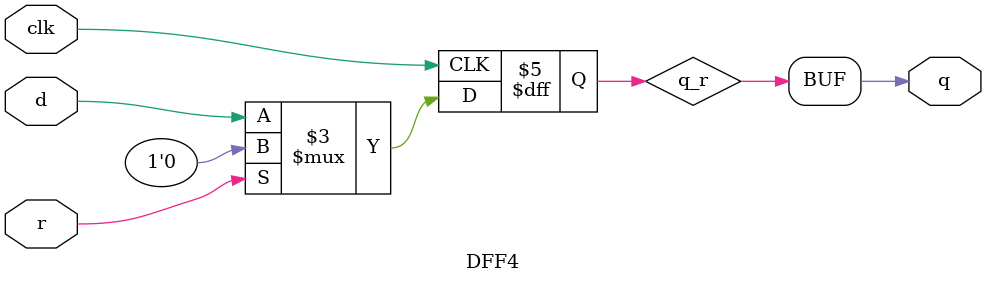
<source format=v>
module DFF4 (
    input clk,
    input d, 
    input r,   // synchronous reset
    output q
);
    reg q_r;
    assign q = q_r;

    always @(posedge clk) begin
        if (r) q_r <= 0;
        else q_r <= d; 
    end
endmodule
</source>
